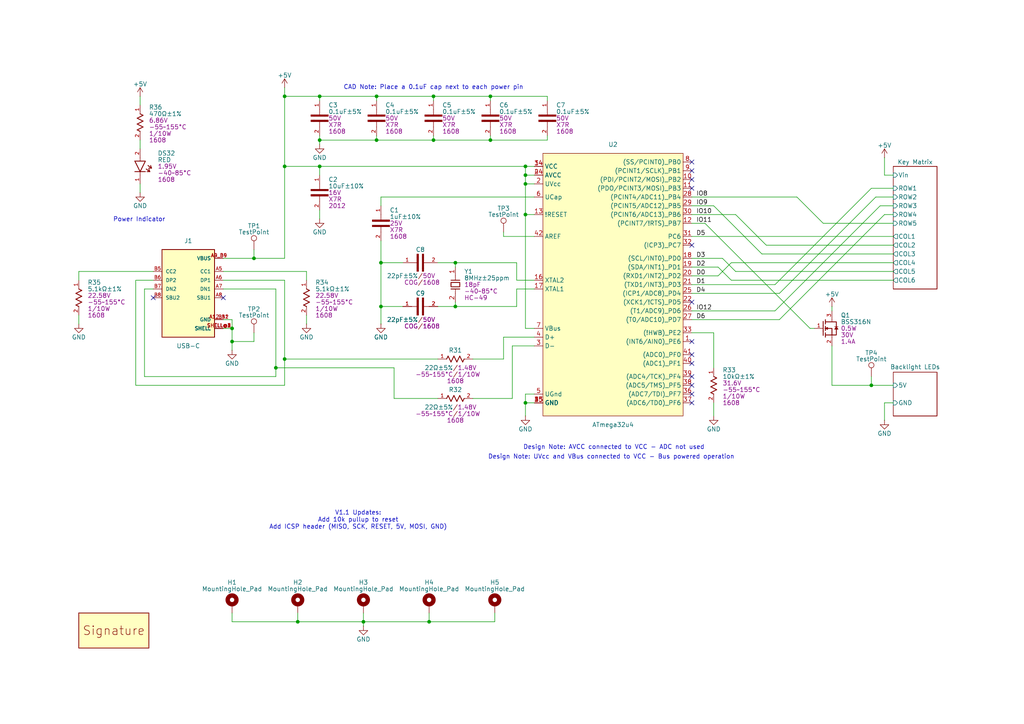
<source format=kicad_sch>
(kicad_sch (version 20231120) (generator "eeschema") (generator_version "8.0")
  (paper "A4")
  (lib_symbols
    (symbol "Connector:TestPoint" (pin_numbers hide) (pin_names (offset 0.762) hide)
      (property "Reference" "TP" (at 0 6.858 0))
      (property "Value" "TestPoint" (at 0 5.08 0))
      (symbol "TestPoint_0_1"
        (circle (center 0 3.302) (radius 0.762))
      )
      (symbol "TestPoint_1_1"
        (pin passive line (at 0 0 90) (length 2.54) (name "1") (number "1"))
      )
    )
    (symbol "Harrington-Aesthetics:SIGNATURE" (pin_names (offset 1.016))
      (symbol "SIGNATURE_0_0"
        (rectangle (start -10.16 -5.08) (end 10.16 5.08) (stroke (width 0.254)) (fill (type background)))
        (text "Signature" (at 0 0 0) (effects (font (size 2.54 2.54))))
      )
    )
    (symbol "Harrington-Capacitors:0.1uF±5%-1608-V" (pin_names (offset 1.016))
      (property "Reference" "C" (at 2.54 3.81 0))
      (property "Value" "0.1uF±5%" (at 2.54 1.905 0))
      (property "VOLTAGE" "50V" (at 2.54 0 0))
      (property "TEMPERATURE" "X7R" (at 2.54 -1.905 0))
      (property "SIZE" "1608" (at 2.54 -3.81 0))
      (symbol "0.1uF±5%-1608-V_0_0"
        (rectangle (start -2.54 -1.016) (end -1.778 -0.508) (stroke (width 0.1)) (fill (type outline)))
        (rectangle (start -2.54 0.508) (end -1.524 1.016) (stroke (width 0.1)) (fill (type outline)))
        (rectangle (start -1.778 -1.016) (end -1.524 -0.508) (stroke (width 0.1)) (fill (type outline)))
        (rectangle (start -1.524 -1.016) (end 1.524 -0.508) (stroke (width 0.1)) (fill (type outline)))
        (rectangle (start -1.524 0.508) (end 1.524 1.016) (stroke (width 0.1)) (fill (type outline)))
        (polyline (pts (xy 0 -0.762) (xy 0 -2.54)) (stroke (width 0.1524)))
        (polyline (pts (xy 0 0.762) (xy 0 2.54)) (stroke (width 0.1524)))
        (rectangle (start 1.524 -1.016) (end 2.54 -0.508) (stroke (width 0.1)) (fill (type outline)))
        (rectangle (start 1.524 0.508) (end 2.54 1.016) (stroke (width 0.1)) (fill (type outline)))
        (pin passive line (at 0 5.08 270) (length 2.54) (name "~") (number "1"))
        (pin passive line (at 0 -5.08 90) (length 2.54) (name "~") (number "2"))
      )
    )
    (symbol "Harrington-Capacitors:10uF±10%-2012-V" (pin_names (offset 1.016))
      (property "Reference" "C" (at 2.54 3.81 0))
      (property "Value" "10uF±10%" (at 2.54 1.905 0))
      (property "VOLTAGE" "16V" (at 2.54 0 0))
      (property "TEMPERATURE" "X7R" (at 2.54 -1.905 0))
      (property "SIZE" "2012" (at 2.54 -3.81 0))
      (symbol "10uF±10%-2012-V_0_0"
        (rectangle (start -2.54 -1.016) (end -1.778 -0.508) (stroke (width 0.1)) (fill (type outline)))
        (rectangle (start -2.54 0.508) (end -1.524 1.016) (stroke (width 0.1)) (fill (type outline)))
        (rectangle (start -1.778 -1.016) (end -1.524 -0.508) (stroke (width 0.1)) (fill (type outline)))
        (rectangle (start -1.524 -1.016) (end 1.524 -0.508) (stroke (width 0.1)) (fill (type outline)))
        (rectangle (start -1.524 0.508) (end 1.524 1.016) (stroke (width 0.1)) (fill (type outline)))
        (polyline (pts (xy 0 -0.762) (xy 0 -2.54)) (stroke (width 0.1524)))
        (polyline (pts (xy 0 0.762) (xy 0 2.54)) (stroke (width 0.1524)))
        (rectangle (start 1.524 -1.016) (end 2.54 -0.508) (stroke (width 0.1)) (fill (type outline)))
        (rectangle (start 1.524 0.508) (end 2.54 1.016) (stroke (width 0.1)) (fill (type outline)))
        (pin passive line (at 0 5.08 270) (length 2.54) (name "~") (number "1"))
        (pin passive line (at 0 -5.08 90) (length 2.54) (name "~") (number "2"))
      )
    )
    (symbol "Harrington-Capacitors:1uF±10%-1608-V" (pin_names (offset 1.016))
      (property "Reference" "C" (at 2.54 3.81 0))
      (property "Value" "1uF±10%" (at 2.54 1.905 0))
      (property "VOLTAGE" "25V" (at 2.54 0 0))
      (property "TEMPERATURE" "X7R" (at 2.54 -1.905 0))
      (property "SIZE" "1608" (at 2.54 -3.81 0))
      (symbol "1uF±10%-1608-V_0_0"
        (rectangle (start -2.54 -1.016) (end -1.778 -0.508) (stroke (width 0.1)) (fill (type outline)))
        (rectangle (start -2.54 0.508) (end -1.524 1.016) (stroke (width 0.1)) (fill (type outline)))
        (rectangle (start -1.778 -1.016) (end -1.524 -0.508) (stroke (width 0.1)) (fill (type outline)))
        (rectangle (start -1.524 -1.016) (end 1.524 -0.508) (stroke (width 0.1)) (fill (type outline)))
        (rectangle (start -1.524 0.508) (end 1.524 1.016) (stroke (width 0.1)) (fill (type outline)))
        (polyline (pts (xy 0 -0.762) (xy 0 -2.54)) (stroke (width 0.1524)))
        (polyline (pts (xy 0 0.762) (xy 0 2.54)) (stroke (width 0.1524)))
        (rectangle (start 1.524 -1.016) (end 2.54 -0.508) (stroke (width 0.1)) (fill (type outline)))
        (rectangle (start 1.524 0.508) (end 2.54 1.016) (stroke (width 0.1)) (fill (type outline)))
        (pin passive line (at 0 5.08 270) (length 2.54) (name "~") (number "1"))
        (pin passive line (at 0 -5.08 90) (length 2.54) (name "~") (number "2"))
      )
    )
    (symbol "Harrington-Capacitors:22pF±5%-1608-H" (pin_names (offset 1.016))
      (property "Reference" "C" (at 0 3.81 0))
      (property "Value" "22pF±5%" (at -0.635 -3.81 0))
      (property "VOLTAGE" "50V" (at 0.635 -3.81 0))
      (property "TEMPERATURE" "COG" (at -0.635 -5.715 0))
      (property "SIZE" "1608" (at 0.635 -5.715 0))
      (symbol "22pF±5%-1608-H_0_0"
        (rectangle (start -1.016 -2.54) (end -0.508 -1.524) (stroke (width 0.1)) (fill (type outline)))
        (rectangle (start -1.016 1.524) (end -0.508 -1.524) (stroke (width 0.1)) (fill (type outline)))
        (rectangle (start -1.016 1.524) (end -0.508 2.54) (stroke (width 0.1)) (fill (type outline)))
        (polyline (pts (xy -0.762 0) (xy -2.54 0)) (stroke (width 0.1524)))
        (polyline (pts (xy 0.762 0) (xy 2.54 0)) (stroke (width 0.1524)))
        (rectangle (start 0.508 -2.54) (end 1.016 -1.778) (stroke (width 0.1)) (fill (type outline)))
        (rectangle (start 0.508 -1.778) (end 1.016 -1.524) (stroke (width 0.1)) (fill (type outline)))
        (rectangle (start 0.508 -1.524) (end 1.016 1.524) (stroke (width 0.1)) (fill (type outline)))
        (rectangle (start 0.508 1.524) (end 1.016 2.54) (stroke (width 0.1)) (fill (type outline)))
        (text "/" (at 0 -5.715 0) (effects (font (size 1.27 1.27))))
        (text "/" (at 0 -3.81 0) (effects (font (size 1.27 1.27))))
        (pin passive line (at -5.08 0 0) (length 2.54) (name "~") (number "1"))
        (pin passive line (at 5.08 0 180) (length 2.54) (name "~") (number "2"))
      )
    )
    (symbol "Harrington-Connectors:USB-C" (pin_names (offset 1.016))
      (property "Reference" "J" (at 0 15.24 0))
      (property "Value" "USB-C" (at 0 -15.24 0))
      (symbol "USB-C_0_0"
        (rectangle (start -7.62 12.7) (end 7.62 -12.7) (stroke (width 0.254)) (fill (type background)))
        (pin bidirectional line (at 10.16 6.35 180) (length 2.54) (name "CC1") (number "A5"))
        (pin bidirectional line (at -10.16 6.35 0) (length 2.54) (name "CC2") (number "B5"))
        (pin power_in line (at 10.16 -10.16 180) (length 2.54) (name "SHELL") (number "SHELL@1"))
        (pin power_in line (at 10.16 -10.16 180) (length 2.54) (name "SHELL") (number "SHELL@2"))
        (pin power_in line (at 10.16 -10.16 180) (length 2.54) (name "SHELL") (number "SHELL@3"))
        (pin power_in line (at 10.16 -10.16 180) (length 2.54) (name "SHELL") (number "SHELL@4"))
      )
      (symbol "USB-C_1_0"
        (pin power_in line (at 10.16 -7.62 180) (length 2.54) (name "GND") (number "A12_B1"))
        (pin power_in line (at 10.16 -7.62 180) (length 2.54) (name "GND") (number "A1_B12"))
        (pin power_in line (at 10.16 10.16 180) (length 2.54) (name "VBUS") (number "A4_B9"))
        (pin bidirectional line (at 10.16 3.81 180) (length 2.54) (name "DP1") (number "A6"))
        (pin bidirectional line (at 10.16 1.27 180) (length 2.54) (name "DN1") (number "A7"))
        (pin bidirectional line (at 10.16 -1.27 180) (length 2.54) (name "SBU1") (number "A8"))
        (pin power_in line (at 10.16 10.16 180) (length 2.54) (name "VBUS") (number "A9_B4"))
        (pin bidirectional line (at -10.16 3.81 0) (length 2.54) (name "DP2") (number "B6"))
        (pin bidirectional line (at -10.16 1.27 0) (length 2.54) (name "DN2") (number "B7"))
        (pin bidirectional line (at -10.16 -1.27 0) (length 2.54) (name "SBU2") (number "B8"))
      )
    )
    (symbol "Harrington-Diodes:RED-1608-V" (pin_names (offset 1.016))
      (property "Reference" "DS" (at 5.08 3.81 0))
      (property "Value" "RED" (at 5.08 1.905 0))
      (property "VOLTAGE" "1.95V" (at 5.08 0 0))
      (property "TEMPERATURE" "-40~85°C" (at 5.08 -1.905 0))
      (property "SIZE" "1608" (at 5.08 -3.81 0))
      (symbol "RED-1608-V_0_0"
        (polyline (pts (xy 0 -1.524) (xy -1.524 -1.524)) (stroke (width 0.254)))
        (polyline (pts (xy 0 -1.524) (xy 1.524 -1.524)) (stroke (width 0.254)))
        (polyline (pts (xy 1.778 -0.762) (xy 2.794 -1.524)) (stroke (width 0.254)))
        (polyline (pts (xy 2.286 0.254) (xy 3.302 -0.508)) (stroke (width 0.254)))
        (pin output line (at 0 -5.08 90) (length 2.54) (name "~") (number "1"))
        (pin input line (at 0 5.08 270) (length 2.54) (name "~") (number "2"))
      )
      (symbol "RED-1608-V_1_0"
        (polyline (pts (xy 0 -2.54) (xy 0 -1.524)) (stroke (width 0.1524)))
        (polyline (pts (xy 0 2.54) (xy 0 1.524)) (stroke (width 0.1524)))
        (polyline (pts (xy 2.794 -1.524) (xy 2.032 -1.524)) (stroke (width 0.254)))
        (polyline (pts (xy 2.794 -1.524) (xy 2.54 -0.762)) (stroke (width 0.254)))
        (polyline (pts (xy 3.302 -0.508) (xy 2.54 -0.508)) (stroke (width 0.254)))
        (polyline (pts (xy 3.302 -0.508) (xy 3.048 0.254)) (stroke (width 0.254)))
        (polyline (pts (xy -1.524 1.524) (xy 1.524 1.524) (xy 0 -1.524) (xy -1.524 1.524)) (stroke (width 0.254)))
      )
    )
    (symbol "Harrington-ICs:ATmega32u4"
      (property "Reference" "U" (at 0 40.64 0))
      (property "Value" "ATmega32u4" (at 0 -40.64 0))
      (symbol "ATmega32u4_1_1"
        (rectangle (start -20.32 38.1) (end 20.32 -38.1) (fill (type background)))
        (pin bidirectional line (at 22.86 -16.51 180) (length 2.54) (name "(INT6/AIN0)_PE6") (number "1"))
        (pin bidirectional line (at 22.86 30.48 180) (length 2.54) (name "(PDI/PCINT2/MOSI)_PB2") (number "10"))
        (pin bidirectional line (at 22.86 27.94 180) (length 2.54) (name "(PDO/PCINT3/MOSI)_PB3") (number "11"))
        (pin bidirectional line (at 22.86 17.78 180) (length 2.54) (name "(PCINT7/!RTS)_PB7") (number "12"))
        (pin input line (at -22.86 20.32 0) (length 2.54) (name "!RESET") (number "13"))
        (pin power_in line (at -22.86 34.29 0) (length 2.54) (name "VCC") (number "14"))
        (pin power_in line (at -22.86 -34.29 0) (length 2.54) (name "GND") (number "15"))
        (pin output line (at -22.86 1.27 0) (length 2.54) (name "XTAL2") (number "16"))
        (pin input line (at -22.86 -1.27 0) (length 2.54) (name "XTAL1") (number "17"))
        (pin bidirectional line (at 22.86 7.62 180) (length 2.54) (name "(SCL/INT0)_PD0") (number "18"))
        (pin bidirectional line (at 22.86 5.08 180) (length 2.54) (name "(SDA/INT1)_PD1") (number "19"))
        (pin power_in line (at -22.86 29.21 0) (length 2.54) (name "UVcc") (number "2"))
        (pin bidirectional line (at 22.86 2.54 180) (length 2.54) (name "(RXD1/INT2)_PD2") (number "20"))
        (pin bidirectional line (at 22.86 0 180) (length 2.54) (name "(TXD1/INT3)_PD3") (number "21"))
        (pin bidirectional line (at 22.86 -5.08 180) (length 2.54) (name "(XCK1/!CTS)_PD5") (number "22"))
        (pin power_in line (at -22.86 -34.29 0) (length 2.54) (name "GND") (number "23"))
        (pin power_in line (at -22.86 31.75 0) (length 2.54) (name "AVCC") (number "24"))
        (pin bidirectional line (at 22.86 -2.54 180) (length 2.54) (name "(ICP1/ADC8)_PD4") (number "25"))
        (pin bidirectional line (at 22.86 -7.62 180) (length 2.54) (name "(T1/ADC9)_PD6") (number "26"))
        (pin bidirectional line (at 22.86 -10.16 180) (length 2.54) (name "(T0/ADC10)_PD7") (number "27"))
        (pin bidirectional line (at 22.86 25.4 180) (length 2.54) (name "(PCINT4/ADC11)_PB4") (number "28"))
        (pin bidirectional line (at 22.86 22.86 180) (length 2.54) (name "(PCINT5/ADC12)_PB5") (number "29"))
        (pin bidirectional line (at -22.86 -17.78 0) (length 2.54) (name "D-") (number "3"))
        (pin bidirectional line (at 22.86 20.32 180) (length 2.54) (name "(PCINT6/ADC13)_PB6") (number "30"))
        (pin bidirectional line (at 22.86 13.97 180) (length 2.54) (name "PC6") (number "31"))
        (pin bidirectional line (at 22.86 11.43 180) (length 2.54) (name "(ICP3)_PC7") (number "32"))
        (pin bidirectional line (at 22.86 -13.97 180) (length 2.54) (name "(!HWB)_PE2") (number "33"))
        (pin power_in line (at -22.86 34.29 0) (length 2.54) (name "VCC") (number "34"))
        (pin power_in line (at -22.86 -34.29 0) (length 2.54) (name "GND") (number "35"))
        (pin bidirectional line (at 22.86 -31.75 180) (length 2.54) (name "(ADC7/TDI)_PF7") (number "36"))
        (pin bidirectional line (at 22.86 -34.29 180) (length 2.54) (name "(ADC6/TD0)_PF6") (number "37"))
        (pin bidirectional line (at 22.86 -29.21 180) (length 2.54) (name "(ADC5/TMS)_PF5") (number "38"))
        (pin bidirectional line (at 22.86 -26.67 180) (length 2.54) (name "(ADC4/TCK)_PF4") (number "39"))
        (pin bidirectional line (at -22.86 -15.24 0) (length 2.54) (name "D+") (number "4"))
        (pin bidirectional line (at 22.86 -22.86 180) (length 2.54) (name "(ADC1)_PF1") (number "40"))
        (pin bidirectional line (at 22.86 -20.32 180) (length 2.54) (name "(ADC0)_PF0") (number "41"))
        (pin input line (at -22.86 13.97 0) (length 2.54) (name "AREF") (number "42"))
        (pin power_in line (at -22.86 -34.29 0) (length 2.54) (name "GND") (number "43"))
        (pin power_in line (at -22.86 31.75 0) (length 2.54) (name "AVCC") (number "44"))
        (pin power_in line (at -22.86 -31.75 0) (length 2.54) (name "UGnd") (number "5"))
        (pin power_out line (at -22.86 25.4 0) (length 2.54) (name "UCap") (number "6"))
        (pin power_in line (at -22.86 -12.7 0) (length 2.54) (name "VBus") (number "7"))
        (pin bidirectional line (at 22.86 35.56 180) (length 2.54) (name "(SS/PCINT0)_PB0") (number "8"))
        (pin bidirectional line (at 22.86 33.02 180) (length 2.54) (name "(PCINT1/SCLK)_PB1") (number "9"))
      )
    )
    (symbol "Harrington-Oscillators:8MHz±25ppm-HC-49-V"
      (property "Reference" "Y" (at 2.54 3.81 0))
      (property "Value" "8MHz±25ppm" (at 2.54 1.905 0))
      (property "SIZE" "HC-49" (at 2.54 -3.81 0))
      (property "TEMPERATURE" "-40~85°C" (at 2.54 -1.905 0))
      (property "C_LOAD" "18pF" (at 2.54 0 0))
      (symbol "8MHz±25ppm-HC-49-V_0_1"
        (polyline (pts (xy -1.27 1.27) (xy 1.27 1.27)) (stroke (width 0.254)))
        (polyline (pts (xy 0 -1.27) (xy 0 -2.54)))
        (polyline (pts (xy 0 1.27) (xy 0 2.54)))
        (polyline (pts (xy 1.27 -1.27) (xy -1.27 -1.27)) (stroke (width 0.254)))
        (polyline (pts (xy -1.27 0) (xy -1.27 0.635) (xy 1.27 0.635) (xy 1.27 0)) (stroke (width 0.254)))
        (polyline (pts (xy 1.27 0) (xy 1.27 -0.635) (xy -1.27 -0.635) (xy -1.27 0)) (stroke (width 0.254)))
      )
      (symbol "8MHz±25ppm-HC-49-V_1_1"
        (pin passive line (at 0 5.08 270) (length 2.54) (name "") (number "1"))
        (pin passive line (at 0 -5.08 90) (length 2.54) (name "") (number "2"))
      )
    )
    (symbol "Harrington-Resistors:10kΩ±1%-1608-V" (pin_names (offset 1.016))
      (property "Reference" "R" (at 2.54 4.445 0))
      (property "Value" "10kΩ±1%" (at 2.54 2.54 0))
      (property "TEMPERATURE" "-55~155°C" (at 2.54 -1.27 0))
      (property "POWER" "1/10W" (at 2.54 -3.175 0))
      (property "VOLTAGE" "31.6V" (at 2.54 0.635 0))
      (property "SIZE" "1608" (at 2.54 -5.08 0))
      (symbol "10kΩ±1%-1608-V_0_0"
        (polyline (pts (xy -0.8468 -2.1171) (xy 0 -2.5405)) (stroke (width 0.254)))
        (polyline (pts (xy -0.8468 -0.4234) (xy 0.8468 -1.2703)) (stroke (width 0.254)))
        (polyline (pts (xy -0.8468 1.2703) (xy 0.8468 2.1171)) (stroke (width 0.254)))
        (polyline (pts (xy 0.8468 -1.2703) (xy -0.8468 -2.1171)) (stroke (width 0.254)))
        (polyline (pts (xy 0.8468 0.4234) (xy -0.8468 -0.4234)) (stroke (width 0.254)))
        (polyline (pts (xy 0.8468 0.4234) (xy -0.8468 1.2703)) (stroke (width 0.254)))
        (polyline (pts (xy 0.8468 2.1171) (xy 0 2.5405)) (stroke (width 0.254)))
        (pin passive line (at 0 5.08 270) (length 2.54) (name "~") (number "1"))
        (pin passive line (at 0 -5.08 90) (length 2.54) (name "~") (number "2"))
      )
    )
    (symbol "Harrington-Resistors:22Ω±5%-1608-H" (pin_names (offset 1.016))
      (property "Reference" "R" (at 0 2.54 0))
      (property "Value" "22Ω±5%" (at -0.635 -2.54 0))
      (property "VOLTAGE" "1.48V" (at 0.635 -2.54 0))
      (property "TEMPERATURE" "-55~155°C" (at -0.635 -4.445 0))
      (property "POWER" "1/10W" (at 0.635 -4.445 0))
      (property "SIZE" "1608" (at 0 -6.35 0))
      (symbol "22Ω±5%-1608-H_0_0"
        (polyline (pts (xy -2.1171 0.8468) (xy -2.5405 0)) (stroke (width 0.254)))
        (polyline (pts (xy -1.2703 -0.8468) (xy -2.1171 0.8468)) (stroke (width 0.254)))
        (polyline (pts (xy -0.4234 0.8468) (xy -1.2703 -0.8468)) (stroke (width 0.254)))
        (polyline (pts (xy -0.4234 0.8468) (xy 0.4234 -0.8468)) (stroke (width 0.254)))
        (polyline (pts (xy 0.4234 -0.8468) (xy 1.2703 0.8468)) (stroke (width 0.254)))
        (polyline (pts (xy 1.2703 0.8468) (xy 2.1171 -0.8468)) (stroke (width 0.254)))
        (polyline (pts (xy 2.1171 -0.8468) (xy 2.5405 0)) (stroke (width 0.254)))
        (text "/" (at 0 -4.445 0) (effects (font (size 1.27 1.27))))
        (text "/" (at 0 -2.54 0) (effects (font (size 1.27 1.27))))
        (pin passive line (at -5.08 0 0) (length 2.54) (name "~") (number "1"))
        (pin passive line (at 5.08 0 180) (length 2.54) (name "~") (number "2"))
      )
    )
    (symbol "Harrington-Resistors:470Ω±1%-1608-V" (pin_names (offset 1.016))
      (property "Reference" "R" (at 2.54 4.445 0))
      (property "Value" "470Ω±1%" (at 2.54 2.54 0))
      (property "TEMPERATURE" "-55~155°C" (at 2.54 -1.27 0))
      (property "POWER" "1/10W" (at 2.54 -3.175 0))
      (property "VOLTAGE" "6.86V" (at 2.54 0.635 0))
      (property "SIZE" "1608" (at 2.54 -5.08 0))
      (symbol "470Ω±1%-1608-V_0_0"
        (polyline (pts (xy -0.8468 -2.1171) (xy 0 -2.5405)) (stroke (width 0.254)))
        (polyline (pts (xy -0.8468 -0.4234) (xy 0.8468 -1.2703)) (stroke (width 0.254)))
        (polyline (pts (xy -0.8468 1.2703) (xy 0.8468 2.1171)) (stroke (width 0.254)))
        (polyline (pts (xy 0.8468 -1.2703) (xy -0.8468 -2.1171)) (stroke (width 0.254)))
        (polyline (pts (xy 0.8468 0.4234) (xy -0.8468 -0.4234)) (stroke (width 0.254)))
        (polyline (pts (xy 0.8468 0.4234) (xy -0.8468 1.2703)) (stroke (width 0.254)))
        (polyline (pts (xy 0.8468 2.1171) (xy 0 2.5405)) (stroke (width 0.254)))
        (pin passive line (at 0 5.08 270) (length 2.54) (name "~") (number "1"))
        (pin passive line (at 0 -5.08 90) (length 2.54) (name "~") (number "2"))
      )
    )
    (symbol "Harrington-Resistors:5.1kΩ±1%-1608-V" (pin_names (offset 1.016))
      (property "Reference" "R" (at 2.54 4.445 0))
      (property "Value" "5.1kΩ±1%" (at 2.54 2.54 0))
      (property "TEMPERATURE" "-55~155°C" (at 2.54 -1.27 0))
      (property "POWER" "1/10W" (at 2.54 -3.175 0))
      (property "VOLTAGE" "22.58V" (at 2.54 0.635 0))
      (property "SIZE" "1608" (at 2.54 -5.08 0))
      (symbol "5.1kΩ±1%-1608-V_0_0"
        (polyline (pts (xy -0.8468 -2.1171) (xy 0 -2.5405)) (stroke (width 0.254)))
        (polyline (pts (xy -0.8468 -0.4234) (xy 0.8468 -1.2703)) (stroke (width 0.254)))
        (polyline (pts (xy -0.8468 1.2703) (xy 0.8468 2.1171)) (stroke (width 0.254)))
        (polyline (pts (xy 0.8468 -1.2703) (xy -0.8468 -2.1171)) (stroke (width 0.254)))
        (polyline (pts (xy 0.8468 0.4234) (xy -0.8468 -0.4234)) (stroke (width 0.254)))
        (polyline (pts (xy 0.8468 0.4234) (xy -0.8468 1.2703)) (stroke (width 0.254)))
        (polyline (pts (xy 0.8468 2.1171) (xy 0 2.5405)) (stroke (width 0.254)))
        (pin passive line (at 0 5.08 270) (length 2.54) (name "~") (number "1"))
        (pin passive line (at 0 -5.08 90) (length 2.54) (name "~") (number "2"))
      )
    )
    (symbol "Harrington-Transistors:BSS316N" (pin_names (offset 1.016))
      (property "Reference" "Q" (at 2.54 3.81 0))
      (property "Value" "BSS316N" (at 2.54 1.905 0))
      (property "VDS_MAX" "30V" (at 2.54 -1.905 0))
      (property "ID_MAX" "1.4A" (at 2.54 -3.81 0))
      (property "POWER" "0.5W" (at 2.54 0 0))
      (symbol "BSS316N_0_0"
        (polyline (pts (xy -2.54 -0.762) (xy -2.54 -2.032)) (stroke (width 0.254)))
        (polyline (pts (xy -2.54 0.762) (xy -2.54 -0.762)) (stroke (width 0.254)))
        (polyline (pts (xy -2.54 2.032) (xy -2.54 0.762)) (stroke (width 0.254)))
        (pin input line (at -5.08 0 0) (length 2.54) (name "~") (number "1"))
        (pin output line (at 0 -5.08 90) (length 2.54) (name "~") (number "2"))
        (pin input line (at 0 5.08 270) (length 2.54) (name "~") (number "3"))
      )
      (symbol "BSS316N_0_1"
        (polyline (pts (xy -1.905 -1.27) (xy -1.905 -2.54)) (stroke (width 0.254)))
        (polyline (pts (xy -1.905 0.635) (xy -1.905 -0.635)) (stroke (width 0.254)))
        (polyline (pts (xy -1.905 2.54) (xy -1.905 1.27)) (stroke (width 0.254)))
        (polyline (pts (xy -1.905 0) (xy 0 0) (xy 0 -1.905)) (stroke (width 0.254)))
      )
      (symbol "BSS316N_1_1"
        (polyline (pts (xy 0 -1.905) (xy 0 -2.54)))
        (polyline (pts (xy 0 1.905) (xy 0 2.54)))
        (polyline (pts (xy 0.762 0.508) (xy 1.778 0.508)))
        (polyline (pts (xy -1.905 0) (xy -1.27 0.254) (xy -1.27 -0.254) (xy -1.905 0)) (stroke (width 0.254)) (fill (type outline)))
        (polyline (pts (xy -1.905 1.905) (xy 1.27 1.905) (xy 1.27 -1.905) (xy -1.905 -1.905)) (stroke (width 0.254)))
        (polyline (pts (xy 1.27 0.508) (xy 0.762 -0.254) (xy 1.778 -0.254) (xy 1.27 0.508)) (fill (type outline)))
      )
    )
    (symbol "Mechanical:MountingHole_Pad" (pin_numbers hide) (pin_names (offset 1.016) hide) (exclude_from_sim yes) (in_bom no)
      (property "Reference" "H" (at 0 6.35 0))
      (property "Value" "MountingHole_Pad" (at 0 4.445 0))
      (symbol "MountingHole_Pad_0_1"
        (circle (center 0 1.27) (radius 1.27) (stroke (width 1.27)))
      )
      (symbol "MountingHole_Pad_1_1"
        (pin input line (at 0 -2.54 90) (length 2.54) (name "1") (number "1"))
      )
    )
    (symbol "power:+5V" (power) (pin_numbers hide) (pin_names (offset 0) hide)
      (property "Value" "+5V" (at 0 3.556 0))
      (symbol "+5V_0_1"
        (polyline (pts (xy -0.762 1.27) (xy 0 2.54)))
        (polyline (pts (xy 0 0) (xy 0 2.54)))
        (polyline (pts (xy 0 2.54) (xy 0.762 1.27)))
      )
      (symbol "+5V_1_1"
        (pin power_in line (at 0 0 90) (length 0) (name "~") (number "1"))
      )
    )
    (symbol "power:GND" (power) (pin_numbers hide) (pin_names (offset 0) hide)
      (property "Value" "GND" (at 0 -3.81 0))
      (symbol "GND_0_1"
        (polyline (pts (xy 0 0) (xy 0 -1.27) (xy 1.27 -1.27) (xy 0 -2.54) (xy -1.27 -1.27) (xy 0 -1.27)))
      )
      (symbol "GND_1_1"
        (pin power_in line (at 0 0 270) (length 0) (name "~") (number "1"))
      )
    )
  )
  (junction (at 82.55 104.14))
  (junction (at 125.73 40.64))
  (junction (at 252.73 111.76))
  (junction (at 92.71 48.26))
  (junction (at 73.66 74.93))
  (junction (at 82.55 27.94))
  (junction (at 142.24 40.64))
  (junction (at 109.22 40.64))
  (junction (at 110.49 76.2))
  (junction (at 92.71 40.64))
  (junction (at 67.31 99.06))
  (junction (at 82.55 48.26))
  (junction (at 152.4 53.34))
  (junction (at 92.71 27.94))
  (junction (at 152.4 62.23))
  (junction (at 142.24 27.94))
  (junction (at 86.36 180.34))
  (junction (at 105.41 180.34))
  (junction (at 110.49 88.9))
  (junction (at 124.46 180.34))
  (junction (at 67.31 95.25))
  (junction (at 109.22 27.94))
  (junction (at 152.4 116.84))
  (junction (at 152.4 50.8))
  (junction (at 152.4 48.26))
  (junction (at 132.08 88.9))
  (junction (at 80.01 106.68))
  (junction (at 125.73 27.94))
  (junction (at 132.08 76.2))
  (no_connect (at 200.66 105.41))
  (no_connect (at 200.66 71.12))
  (no_connect (at 200.66 109.22))
  (no_connect (at 200.66 116.84))
  (no_connect (at 200.66 99.06))
  (no_connect (at 200.66 114.3))
  (no_connect (at 200.66 54.61))
  (no_connect (at 200.66 52.07))
  (no_connect (at 200.66 102.87))
  (no_connect (at 200.66 111.76))
  (no_connect (at 44.45 86.36))
  (no_connect (at 200.66 49.53))
  (no_connect (at 200.66 87.63))
  (no_connect (at 200.66 46.99))
  (no_connect (at 64.77 86.36))
  (wire (pts (xy 213.36 62.23) (xy 222.25 71.12)))
  (wire (pts (xy 252.73 111.76) (xy 259.08 111.76)))
  (wire (pts (xy 22.86 78.74) (xy 22.86 81.28)))
  (wire (pts (xy 208.28 80.01) (xy 212.09 76.2)))
  (wire (pts (xy 256.54 62.23) (xy 259.08 62.23)))
  (wire (pts (xy 241.3 88.9) (xy 241.3 90.17)))
  (wire (pts (xy 212.09 76.2) (xy 259.08 76.2)))
  (wire (pts (xy 64.77 92.71) (xy 67.31 92.71)))
  (wire (pts (xy 149.86 88.9) (xy 149.86 83.82)))
  (wire (pts (xy 152.4 114.3) (xy 152.4 116.84)))
  (wire (pts (xy 125.73 39.37) (xy 125.73 40.64)))
  (wire (pts (xy 39.37 111.76) (xy 82.55 111.76)))
  (wire (pts (xy 80.01 83.82) (xy 80.01 106.68)))
  (wire (pts (xy 109.22 40.64) (xy 92.71 40.64)))
  (wire (pts (xy 154.94 114.3) (xy 152.4 114.3)))
  (wire (pts (xy 41.91 83.82) (xy 41.91 109.22)))
  (wire (pts (xy 92.71 27.94) (xy 82.55 27.94)))
  (wire (pts (xy 82.55 48.26) (xy 82.55 74.93)))
  (wire (pts (xy 158.75 27.94) (xy 142.24 27.94)))
  (wire (pts (xy 158.75 29.21) (xy 158.75 27.94)))
  (wire (pts (xy 200.66 64.77) (xy 204.47 64.77)))
  (wire (pts (xy 154.94 95.25) (xy 152.4 95.25)))
  (wire (pts (xy 154.94 50.8) (xy 152.4 50.8)))
  (wire (pts (xy 200.66 77.47) (xy 208.28 77.47)))
  (wire (pts (xy 73.66 72.39) (xy 73.66 74.93)))
  (wire (pts (xy 82.55 81.28) (xy 82.55 104.14)))
  (wire (pts (xy 213.36 78.74) (xy 259.08 78.74)))
  (wire (pts (xy 67.31 99.06) (xy 67.31 101.6)))
  (wire (pts (xy 40.64 27.94) (xy 40.64 30.48)))
  (wire (pts (xy 124.46 177.8) (xy 124.46 180.34)))
  (wire (pts (xy 73.66 99.06) (xy 67.31 99.06)))
  (wire (pts (xy 64.77 74.93) (xy 73.66 74.93)))
  (wire (pts (xy 67.31 95.25) (xy 64.77 95.25)))
  (wire (pts (xy 110.49 76.2) (xy 110.49 88.9)))
  (wire (pts (xy 114.3 106.68) (xy 80.01 106.68)))
  (wire (pts (xy 241.3 111.76) (xy 252.73 111.76)))
  (wire (pts (xy 207.01 96.52) (xy 207.01 106.68)))
  (wire (pts (xy 224.79 90.17) (xy 255.27 59.69)))
  (wire (pts (xy 220.98 73.66) (xy 259.08 73.66)))
  (wire (pts (xy 152.4 50.8) (xy 152.4 48.26)))
  (wire (pts (xy 44.45 78.74) (xy 22.86 78.74)))
  (wire (pts (xy 44.45 81.28) (xy 39.37 81.28)))
  (wire (pts (xy 252.73 111.76) (xy 252.73 109.22)))
  (wire (pts (xy 132.08 87.63) (xy 132.08 88.9)))
  (wire (pts (xy 154.94 68.58) (xy 146.05 68.58)))
  (wire (pts (xy 207.01 59.69) (xy 220.98 73.66)))
  (wire (pts (xy 88.9 78.74) (xy 88.9 81.28)))
  (wire (pts (xy 110.49 69.85) (xy 110.49 76.2)))
  (wire (pts (xy 241.3 100.33) (xy 241.3 111.76)))
  (wire (pts (xy 200.66 82.55) (xy 224.79 82.55)))
  (wire (pts (xy 200.66 59.69) (xy 207.01 59.69)))
  (wire (pts (xy 255.27 59.69) (xy 259.08 59.69)))
  (wire (pts (xy 105.41 177.8) (xy 105.41 180.34)))
  (wire (pts (xy 208.28 77.47) (xy 212.09 81.28)))
  (wire (pts (xy 142.24 39.37) (xy 142.24 40.64)))
  (wire (pts (xy 152.4 53.34) (xy 152.4 62.23)))
  (wire (pts (xy 80.01 106.68) (xy 80.01 109.22)))
  (wire (pts (xy 149.86 81.28) (xy 149.86 76.2)))
  (wire (pts (xy 67.31 180.34) (xy 86.36 180.34)))
  (wire (pts (xy 154.94 97.79) (xy 146.05 97.79)))
  (wire (pts (xy 152.4 48.26) (xy 154.94 48.26)))
  (wire (pts (xy 256.54 50.8) (xy 259.08 50.8)))
  (wire (pts (xy 82.55 48.26) (xy 92.71 48.26)))
  (wire (pts (xy 146.05 97.79) (xy 146.05 104.14)))
  (wire (pts (xy 158.75 39.37) (xy 158.75 40.64)))
  (wire (pts (xy 64.77 83.82) (xy 80.01 83.82)))
  (wire (pts (xy 204.47 64.77) (xy 234.95 95.25)))
  (wire (pts (xy 127 88.9) (xy 132.08 88.9)))
  (wire (pts (xy 64.77 78.74) (xy 88.9 78.74)))
  (wire (pts (xy 200.66 57.15) (xy 231.14 57.15)))
  (wire (pts (xy 86.36 177.8) (xy 86.36 180.34)))
  (wire (pts (xy 148.59 115.57) (xy 137.16 115.57)))
  (wire (pts (xy 109.22 27.94) (xy 109.22 29.21)))
  (wire (pts (xy 73.66 74.93) (xy 82.55 74.93)))
  (wire (pts (xy 149.86 83.82) (xy 154.94 83.82)))
  (wire (pts (xy 152.4 62.23) (xy 154.94 62.23)))
  (wire (pts (xy 200.66 90.17) (xy 224.79 90.17)))
  (wire (pts (xy 86.36 180.34) (xy 105.41 180.34)))
  (wire (pts (xy 92.71 39.37) (xy 92.71 40.64)))
  (wire (pts (xy 154.94 57.15) (xy 110.49 57.15)))
  (wire (pts (xy 82.55 25.4) (xy 82.55 27.94)))
  (wire (pts (xy 40.64 40.64) (xy 40.64 43.18)))
  (wire (pts (xy 110.49 88.9) (xy 110.49 93.98)))
  (wire (pts (xy 82.55 111.76) (xy 82.55 104.14)))
  (wire (pts (xy 200.66 92.71) (xy 226.06 92.71)))
  (wire (pts (xy 116.84 76.2) (xy 110.49 76.2)))
  (wire (pts (xy 92.71 27.94) (xy 92.71 29.21)))
  (wire (pts (xy 67.31 177.8) (xy 67.31 180.34)))
  (wire (pts (xy 222.25 71.12) (xy 259.08 71.12)))
  (wire (pts (xy 92.71 60.96) (xy 92.71 63.5)))
  (wire (pts (xy 209.55 74.93) (xy 213.36 78.74)))
  (wire (pts (xy 39.37 81.28) (xy 39.37 111.76)))
  (wire (pts (xy 105.41 180.34) (xy 105.41 181.61)))
  (wire (pts (xy 256.54 121.92) (xy 256.54 116.84)))
  (wire (pts (xy 158.75 40.64) (xy 142.24 40.64)))
  (wire (pts (xy 226.06 85.09) (xy 254 57.15)))
  (wire (pts (xy 73.66 96.52) (xy 73.66 99.06)))
  (wire (pts (xy 22.86 91.44) (xy 22.86 93.98)))
  (wire (pts (xy 146.05 104.14) (xy 137.16 104.14)))
  (wire (pts (xy 149.86 76.2) (xy 132.08 76.2)))
  (wire (pts (xy 142.24 27.94) (xy 142.24 29.21)))
  (wire (pts (xy 152.4 50.8) (xy 152.4 53.34)))
  (wire (pts (xy 125.73 27.94) (xy 109.22 27.94)))
  (wire (pts (xy 152.4 53.34) (xy 154.94 53.34)))
  (wire (pts (xy 82.55 27.94) (xy 82.55 48.26)))
  (wire (pts (xy 148.59 100.33) (xy 148.59 115.57)))
  (wire (pts (xy 143.51 180.34) (xy 124.46 180.34)))
  (wire (pts (xy 207.01 116.84) (xy 207.01 120.65)))
  (wire (pts (xy 92.71 40.64) (xy 92.71 41.91)))
  (wire (pts (xy 154.94 100.33) (xy 148.59 100.33)))
  (wire (pts (xy 200.66 74.93) (xy 209.55 74.93)))
  (wire (pts (xy 200.66 80.01) (xy 208.28 80.01)))
  (wire (pts (xy 132.08 76.2) (xy 132.08 77.47)))
  (wire (pts (xy 152.4 62.23) (xy 152.4 95.25)))
  (wire (pts (xy 226.06 92.71) (xy 256.54 62.23)))
  (wire (pts (xy 82.55 104.14) (xy 127 104.14)))
  (wire (pts (xy 124.46 180.34) (xy 105.41 180.34)))
  (wire (pts (xy 152.4 48.26) (xy 92.71 48.26)))
  (wire (pts (xy 109.22 39.37) (xy 109.22 40.64)))
  (wire (pts (xy 92.71 48.26) (xy 92.71 50.8)))
  (wire (pts (xy 142.24 27.94) (xy 125.73 27.94)))
  (wire (pts (xy 224.79 82.55) (xy 252.73 54.61)))
  (wire (pts (xy 41.91 109.22) (xy 80.01 109.22)))
  (wire (pts (xy 154.94 116.84) (xy 152.4 116.84)))
  (wire (pts (xy 254 57.15) (xy 259.08 57.15)))
  (wire (pts (xy 154.94 81.28) (xy 149.86 81.28)))
  (wire (pts (xy 256.54 116.84) (xy 259.08 116.84)))
  (wire (pts (xy 152.4 116.84) (xy 152.4 120.65)))
  (wire (pts (xy 125.73 40.64) (xy 109.22 40.64)))
  (wire (pts (xy 44.45 83.82) (xy 41.91 83.82)))
  (wire (pts (xy 212.09 81.28) (xy 259.08 81.28)))
  (wire (pts (xy 200.66 62.23) (xy 213.36 62.23)))
  (wire (pts (xy 67.31 95.25) (xy 67.31 99.06)))
  (wire (pts (xy 200.66 68.58) (xy 259.08 68.58)))
  (wire (pts (xy 114.3 115.57) (xy 127 115.57)))
  (wire (pts (xy 64.77 81.28) (xy 82.55 81.28)))
  (wire (pts (xy 234.95 95.25) (xy 236.22 95.25)))
  (wire (pts (xy 252.73 54.61) (xy 259.08 54.61)))
  (wire (pts (xy 40.64 53.34) (xy 40.64 55.88)))
  (wire (pts (xy 88.9 91.44) (xy 88.9 93.98)))
  (wire (pts (xy 200.66 85.09) (xy 226.06 85.09)))
  (wire (pts (xy 142.24 40.64) (xy 125.73 40.64)))
  (wire (pts (xy 67.31 92.71) (xy 67.31 95.25)))
  (wire (pts (xy 231.14 57.15) (xy 238.76 64.77)))
  (wire (pts (xy 125.73 27.94) (xy 125.73 29.21)))
  (wire (pts (xy 146.05 68.58) (xy 146.05 67.31)))
  (wire (pts (xy 110.49 88.9) (xy 116.84 88.9)))
  (wire (pts (xy 132.08 88.9) (xy 149.86 88.9)))
  (wire (pts (xy 143.51 177.8) (xy 143.51 180.34)))
  (wire (pts (xy 132.08 76.2) (xy 127 76.2)))
  (wire (pts (xy 114.3 106.68) (xy 114.3 115.57)))
  (wire (pts (xy 110.49 57.15) (xy 110.49 59.69)))
  (wire (pts (xy 200.66 96.52) (xy 207.01 96.52)))
  (wire (pts (xy 238.76 64.77) (xy 259.08 64.77)))
  (wire (pts (xy 109.22 27.94) (xy 92.71 27.94)))
  (wire (pts (xy 256.54 45.72) (xy 256.54 50.8)))
  (text "CAD Note: Place a 0.1uF cap next to each power pin" (at 125.73 25.4 0) (effects (font (size 1.27 1.27))))
  (text "Design Note: AVCC connected to VCC - ADC not used" (at 178.054 129.794 0) (effects (font (size 1.27 1.27))))
  (text "Power Indicator" (at 40.386 63.754 0) (effects (font (size 1.27 1.27))))
  (text "V1.1 Updates:\nAdd 10k pullup to reset\nAdd ICSP header (MISO, SCK, RESET, 5V, MOSI, GND)" (at 103.886 150.876 0) (effects (font (size 1.27 1.27))))
  (text "Design Note: UVcc and VBus connected to VCC - Bus powered operation" (at 177.292 132.588 0) (effects (font (size 1.27 1.27))))
  (label "IO9" (at 201.93 59.69 0))
  (label "D0" (at 201.93 80.01 0))
  (label "D6" (at 201.93 92.71 0))
  (label "D3" (at 201.93 74.93 0))
  (label "D4" (at 201.93 85.09 0))
  (label "D2" (at 201.93 77.47 0))
  (label "IO10" (at 201.93 62.23 0))
  (label "D1" (at 201.93 82.55 0))
  (label "D5" (at 201.93 68.58 0))
  (label "IO8" (at 201.93 57.15 0))
  (label "IO11" (at 201.93 64.77 0))
  (label "IO12" (at 201.93 90.17 0))
  (symbol (lib_id "Harrington-Capacitors:0.1uF±5%-1608-V") (at 158.75 34.29 0) (unit 1)
    (property "Reference" "C7" (at 161.29 30.48 0) (effects (justify left)))
    (property "Value" "0.1uF±5%" (at 161.29 32.385 0) (effects (justify left)))
    (property "Footprint" "Harrington-Capacitors:1608-SEM" (effects (hide yes)))
    (property "VOLTAGE" "50V" (at 161.29 34.29 0) (effects (justify left)))
    (property "TEMPERATURE" "X7R" (at 161.29 36.195 0) (effects (justify left)))
    (property "SIZE" "1608" (at 161.29 38.1 0) (effects (justify left)))
  )
  (symbol (lib_id "power:+5V") (at 241.3 88.9 0) (unit 1)
    (property "Reference" "#PWR012" (effects (hide yes)))
    (property "Value" "+5V" (at 241.3 85.344 0))
    (property "Description" "Power symbol creates a global label with name \"+5V\"" (effects (hide yes)))
  )
  (symbol (lib_id "Connector:TestPoint") (at 146.05 67.31 0) (unit 1)
    (property "Reference" "TP3" (at 146.05 60.452 0))
    (property "Value" "TestPoint" (at 146.05 62.23 0))
    (property "Footprint" "TestPoint:TestPoint_Pad_D1.0mm" (effects (hide yes)))
    (property "Description" "test point" (effects (hide yes)))
  )
  (symbol (lib_id "Mechanical:MountingHole_Pad") (at 86.36 175.26 0) (unit 1) (exclude_from_sim yes) (in_bom no)
    (property "Reference" "H2" (at 86.36 168.91 0))
    (property "Value" "MountingHole_Pad" (at 86.36 170.815 0))
    (property "Footprint" "MountingHole:MountingHole_3.2mm_M3_ISO7380_Pad_TopBottom" (effects (hide yes)))
    (property "Description" "Mounting Hole with connection" (effects (hide yes)))
  )
  (symbol (lib_id "Harrington-Capacitors:0.1uF±5%-1608-V") (at 142.24 34.29 0) (unit 1)
    (property "Reference" "C6" (at 144.78 30.48 0) (effects (justify left)))
    (property "Value" "0.1uF±5%" (at 144.78 32.385 0) (effects (justify left)))
    (property "Footprint" "Harrington-Capacitors:1608-SEM" (effects (hide yes)))
    (property "VOLTAGE" "50V" (at 144.78 34.29 0) (effects (justify left)))
    (property "TEMPERATURE" "X7R" (at 144.78 36.195 0) (effects (justify left)))
    (property "SIZE" "1608" (at 144.78 38.1 0) (effects (justify left)))
  )
  (symbol (lib_id "Harrington-ICs:ATmega32u4") (at 177.8 82.55 0) (unit 1)
    (property "Reference" "U2" (at 177.8 41.91 0))
    (property "Value" "ATmega32u4" (at 177.8 123.19 0))
    (property "Footprint" "Harrington-ICs:TQFP44" (effects (hide yes)))
    (property "Description" "8-bit, 32k flash, USB Bootloader" (effects (hide yes)))
  )
  (symbol (lib_id "Connector:TestPoint") (at 73.66 72.39 0) (unit 1)
    (property "Reference" "TP1" (at 73.66 65.532 0))
    (property "Value" "TestPoint" (at 73.66 67.31 0))
    (property "Footprint" "TestPoint:TestPoint_Pad_D1.0mm" (effects (hide yes)))
    (property "Description" "test point" (effects (hide yes)))
  )
  (symbol (lib_id "Mechanical:MountingHole_Pad") (at 67.31 175.26 0) (unit 1) (exclude_from_sim yes) (in_bom no)
    (property "Reference" "H1" (at 67.31 168.91 0))
    (property "Value" "MountingHole_Pad" (at 67.31 170.815 0))
    (property "Footprint" "MountingHole:MountingHole_3.2mm_M3_ISO7380_Pad_TopBottom" (effects (hide yes)))
    (property "Description" "Mounting Hole with connection" (effects (hide yes)))
  )
  (symbol (lib_id "Harrington-Capacitors:0.1uF±5%-1608-V") (at 92.71 34.29 0) (unit 1)
    (property "Reference" "C3" (at 95.25 30.48 0) (effects (justify left)))
    (property "Value" "0.1uF±5%" (at 95.25 32.385 0) (effects (justify left)))
    (property "Footprint" "Harrington-Capacitors:1608-SEM" (effects (hide yes)))
    (property "VOLTAGE" "50V" (at 95.25 34.29 0) (effects (justify left)))
    (property "TEMPERATURE" "X7R" (at 95.25 36.195 0) (effects (justify left)))
    (property "SIZE" "1608" (at 95.25 38.1 0) (effects (justify left)))
  )
  (symbol (lib_id "power:+5V") (at 40.64 27.94 0) (unit 1)
    (property "Reference" "#PWR013" (effects (hide yes)))
    (property "Value" "+5V" (at 40.64 24.384 0))
    (property "Description" "Power symbol creates a global label with name \"+5V\"" (effects (hide yes)))
  )
  (symbol (lib_id "power:GND") (at 110.49 93.98 0) (unit 1)
    (property "Reference" "#PWR03" (effects (hide yes)))
    (property "Value" "GND" (at 110.49 97.79 0))
    (property "Description" "Power symbol creates a global label with name \"GND\" , ground" (effects (hide yes)))
  )
  (symbol (lib_id "Harrington-Resistors:22Ω±5%-1608-H") (at 132.08 115.57 0) (unit 1)
    (property "Reference" "R32" (at 132.08 113.03 0))
    (property "Value" "22Ω±5%" (at 131.445 118.11 0) (effects (justify right)))
    (property "Footprint" "Harrington-Resistors:1608-SEM" (effects (hide yes)))
    (property "VOLTAGE" "1.48V" (at 132.715 118.11 0) (effects (justify left)))
    (property "TEMPERATURE" "-55~155°C" (at 131.445 120.015 0) (effects (justify right)))
    (property "POWER" "1/10W" (at 132.715 120.015 0) (effects (justify left)))
    (property "SIZE" "1608" (at 132.08 121.92 0))
  )
  (symbol (lib_id "Harrington-Connectors:USB-C") (at 54.61 85.09 0) (unit 1)
    (property "Reference" "J1" (at 54.61 69.85 0))
    (property "Value" "USB-C" (at 54.61 100.33 0))
    (property "Footprint" "Harrington-Connectors:USB-4105" (effects (hide yes)))
  )
  (symbol (lib_id "Harrington-Aesthetics:SIGNATURE") (at 33.02 182.88 0) (unit 1)
    (property "Reference" "U1" (effects (hide yes)))
    (property "Value" "SIGNATURE" (effects (hide yes)))
    (property "Footprint" "Harrington-Aesthetics:SIGNATURE" (effects (hide yes)))
    (property "Description" "Personal Board Signature" (effects (hide yes)))
  )
  (symbol (lib_id "Mechanical:MountingHole_Pad") (at 124.46 175.26 0) (unit 1) (exclude_from_sim yes) (in_bom no)
    (property "Reference" "H4" (at 124.46 168.91 0))
    (property "Value" "MountingHole_Pad" (at 124.46 170.815 0))
    (property "Footprint" "MountingHole:MountingHole_3.2mm_M3_ISO7380_Pad_TopBottom" (effects (hide yes)))
    (property "Description" "Mounting Hole with connection" (effects (hide yes)))
  )
  (symbol (lib_id "Harrington-Resistors:10kΩ±1%-1608-V") (at 207.01 111.76 0) (unit 1)
    (property "Reference" "R33" (at 209.55 107.315 0) (effects (justify left)))
    (property "Value" "10kΩ±1%" (at 209.55 109.22 0) (effects (justify left)))
    (property "Footprint" "Harrington-Resistors:1608-SEM" (effects (hide yes)))
    (property "TEMPERATURE" "-55~155°C" (at 209.55 113.03 0) (effects (justify left)))
    (property "POWER" "1/10W" (at 209.55 114.935 0) (effects (justify left)))
    (property "VOLTAGE" "31.6V" (at 209.55 111.125 0) (effects (justify left)))
    (property "SIZE" "1608" (at 209.55 116.84 0) (effects (justify left)))
  )
  (symbol (lib_id "Harrington-Capacitors:10uF±10%-2012-V") (at 92.71 55.88 0) (unit 1)
    (property "Reference" "C2" (at 95.25 52.07 0) (effects (justify left)))
    (property "Value" "10uF±10%" (at 95.25 53.975 0) (effects (justify left)))
    (property "Footprint" "Harrington-Capacitors:2012-SEM" (effects (hide yes)))
    (property "VOLTAGE" "16V" (at 95.25 55.88 0) (effects (justify left)))
    (property "TEMPERATURE" "X7R" (at 95.25 57.785 0) (effects (justify left)))
    (property "SIZE" "2012" (at 95.25 59.69 0) (effects (justify left)))
  )
  (symbol (lib_id "Harrington-Capacitors:0.1uF±5%-1608-V") (at 125.73 34.29 0) (unit 1)
    (property "Reference" "C5" (at 128.27 30.48 0) (effects (justify left)))
    (property "Value" "0.1uF±5%" (at 128.27 32.385 0) (effects (justify left)))
    (property "Footprint" "Harrington-Capacitors:1608-SEM" (effects (hide yes)))
    (property "VOLTAGE" "50V" (at 128.27 34.29 0) (effects (justify left)))
    (property "TEMPERATURE" "X7R" (at 128.27 36.195 0) (effects (justify left)))
    (property "SIZE" "1608" (at 128.27 38.1 0) (effects (justify left)))
  )
  (symbol (lib_id "power:GND") (at 152.4 120.65 0) (unit 1)
    (property "Reference" "#PWR01" (effects (hide yes)))
    (property "Value" "GND" (at 152.4 124.46 0))
    (property "Description" "Power symbol creates a global label with name \"GND\" , ground" (effects (hide yes)))
  )
  (symbol (lib_id "power:+5V") (at 82.55 25.4 0) (unit 1)
    (property "Reference" "#PWR010" (effects (hide yes)))
    (property "Value" "+5V" (at 82.55 21.844 0))
    (property "Description" "Power symbol creates a global label with name \"+5V\"" (effects (hide yes)))
  )
  (symbol (lib_id "Connector:TestPoint") (at 252.73 109.22 0) (unit 1)
    (property "Reference" "TP4" (at 252.73 102.362 0))
    (property "Value" "TestPoint" (at 252.73 104.14 0))
    (property "Footprint" "TestPoint:TestPoint_Pad_D1.0mm" (effects (hide yes)))
    (property "Description" "test point" (effects (hide yes)))
  )
  (symbol (lib_id "Harrington-Transistors:BSS316N") (at 241.3 95.25 0) (unit 1)
    (property "Reference" "Q1" (at 243.84 91.44 0) (effects (justify left)))
    (property "Value" "BSS316N" (at 243.84 93.345 0) (effects (justify left)))
    (property "Footprint" "Harrington-Transistors:SOT-23-3" (effects (hide yes)))
    (property "Description" "N-MOS" (effects (hide yes)))
    (property "VDS_MAX" "30V" (at 243.84 97.155 0) (effects (justify left)))
    (property "ID_MAX" "1.4A" (at 243.84 99.06 0) (effects (justify left)))
    (property "POWER" "0.5W" (at 243.84 95.25 0) (effects (justify left)))
  )
  (symbol (lib_id "power:GND") (at 88.9 93.98 0) (unit 1)
    (property "Reference" "#PWR08" (effects (hide yes)))
    (property "Value" "GND" (at 88.9 97.79 0))
    (property "Description" "Power symbol creates a global label with name \"GND\" , ground" (effects (hide yes)))
  )
  (symbol (lib_id "power:GND") (at 92.71 41.91 0) (unit 1)
    (property "Reference" "#PWR06" (effects (hide yes)))
    (property "Value" "GND" (at 92.71 45.72 0))
    (property "Description" "Power symbol creates a global label with name \"GND\" , ground" (effects (hide yes)))
  )
  (symbol (lib_id "Harrington-Resistors:470Ω±1%-1608-V") (at 40.64 35.56 0) (unit 1)
    (property "Reference" "R36" (at 43.18 31.115 0) (effects (justify left)))
    (property "Value" "470Ω±1%" (at 43.18 33.02 0) (effects (justify left)))
    (property "Footprint" "Harrington-Resistors:1608-SEM" (effects (hide yes)))
    (property "TEMPERATURE" "-55~155°C" (at 43.18 36.83 0) (effects (justify left)))
    (property "POWER" "1/10W" (at 43.18 38.735 0) (effects (justify left)))
    (property "VOLTAGE" "6.86V" (at 43.18 34.925 0) (effects (justify left)))
    (property "SIZE" "1608" (at 43.18 40.64 0) (effects (justify left)))
  )
  (symbol (lib_id "Harrington-Diodes:RED-1608-V") (at 40.64 48.26 0) (unit 1)
    (property "Reference" "DS32" (at 45.72 44.45 0) (effects (justify left)))
    (property "Value" "RED" (at 45.72 46.355 0) (effects (justify left)))
    (property "Footprint" "Harrington-Diodes:1608" (effects (hide yes)))
    (property "Description" "630nm" (effects (hide yes)))
    (property "VOLTAGE" "1.95V" (at 45.72 48.26 0) (effects (justify left)))
    (property "TEMPERATURE" "-40~85°C" (at 45.72 50.165 0) (effects (justify left)))
    (property "SIZE" "1608" (at 45.72 52.07 0) (effects (justify left)))
  )
  (symbol (lib_id "power:GND") (at 92.71 63.5 0) (unit 1)
    (property "Reference" "#PWR05" (effects (hide yes)))
    (property "Value" "GND" (at 92.71 67.31 0))
    (property "Description" "Power symbol creates a global label with name \"GND\" , ground" (effects (hide yes)))
  )
  (symbol (lib_id "Harrington-Oscillators:8MHz±25ppm-HC-49-V") (at 132.08 82.55 0) (unit 1)
    (property "Reference" "Y1" (at 134.62 78.74 0) (effects (justify left)))
    (property "Value" "8MHz±25ppm" (at 134.62 80.645 0) (effects (justify left)))
    (property "Footprint" "Harrington-Oscillators:HC-49-ABRACON" (effects (hide yes)))
    (property "SIZE" "HC-49" (at 134.62 86.36 0) (effects (justify left)))
    (property "TEMPERATURE" "-40~85°C" (at 134.62 84.455 0) (effects (justify left)))
    (property "C_LOAD" "18pF" (at 134.62 82.55 0) (effects (justify left)))
  )
  (symbol (lib_id "Harrington-Capacitors:0.1uF±5%-1608-V") (at 109.22 34.29 0) (unit 1)
    (property "Reference" "C4" (at 111.76 30.48 0) (effects (justify left)))
    (property "Value" "0.1uF±5%" (at 111.76 32.385 0) (effects (justify left)))
    (property "Footprint" "Harrington-Capacitors:1608-SEM" (effects (hide yes)))
    (property "VOLTAGE" "50V" (at 111.76 34.29 0) (effects (justify left)))
    (property "TEMPERATURE" "X7R" (at 111.76 36.195 0) (effects (justify left)))
    (property "SIZE" "1608" (at 111.76 38.1 0) (effects (justify left)))
  )
  (symbol (lib_id "Harrington-Resistors:5.1kΩ±1%-1608-V") (at 22.86 86.36 0) (unit 1)
    (property "Reference" "R35" (at 25.4 81.915 0) (effects (justify left)))
    (property "Value" "5.1kΩ±1%" (at 25.4 83.82 0) (effects (justify left)))
    (property "Footprint" "Harrington-Resistors:1608-SEM" (effects (hide yes)))
    (property "TEMPERATURE" "-55~155°C" (at 25.4 87.63 0) (effects (justify left)))
    (property "POWER" "1/10W" (at 25.4 89.535 0) (effects (justify left)))
    (property "VOLTAGE" "22.58V" (at 25.4 85.725 0) (effects (justify left)))
    (property "SIZE" "1608" (at 25.4 91.44 0) (effects (justify left)))
  )
  (symbol (lib_id "power:GND") (at 40.64 55.88 0) (unit 1)
    (property "Reference" "#PWR014" (effects (hide yes)))
    (property "Value" "GND" (at 40.64 59.69 0))
    (property "Description" "Power symbol creates a global label with name \"GND\" , ground" (effects (hide yes)))
  )
  (symbol (lib_id "Connector:TestPoint") (at 73.66 96.52 0) (unit 1)
    (property "Reference" "TP2" (at 73.66 89.662 0))
    (property "Value" "TestPoint" (at 73.66 91.44 0))
    (property "Footprint" "TestPoint:TestPoint_Pad_D1.0mm" (effects (hide yes)))
    (property "Description" "test point" (effects (hide yes)))
  )
  (symbol (lib_id "power:GND") (at 22.86 93.98 0) (unit 1)
    (property "Reference" "#PWR09" (effects (hide yes)))
    (property "Value" "GND" (at 22.86 97.79 0))
    (property "Description" "Power symbol creates a global label with name \"GND\" , ground" (effects (hide yes)))
  )
  (symbol (lib_id "Mechanical:MountingHole_Pad") (at 105.41 175.26 0) (unit 1) (exclude_from_sim yes) (in_bom no)
    (property "Reference" "H3" (at 105.41 168.91 0))
    (property "Value" "MountingHole_Pad" (at 105.41 170.815 0))
    (property "Footprint" "MountingHole:MountingHole_3.2mm_M3_ISO7380_Pad_TopBottom" (effects (hide yes)))
    (property "Description" "Mounting Hole with connection" (effects (hide yes)))
  )
  (symbol (lib_id "Mechanical:MountingHole_Pad") (at 143.51 175.26 0) (unit 1) (exclude_from_sim yes) (in_bom no)
    (property "Reference" "H5" (at 143.51 168.91 0))
    (property "Value" "MountingHole_Pad" (at 143.51 170.815 0))
    (property "Footprint" "MountingHole:MountingHole_3.2mm_M3_ISO7380_Pad_TopBottom" (effects (hide yes)))
    (property "Description" "Mounting Hole with connection" (effects (hide yes)))
  )
  (symbol (lib_id "Harrington-Capacitors:1uF±10%-1608-V") (at 110.49 64.77 0) (unit 1)
    (property "Reference" "C1" (at 113.03 60.96 0) (effects (justify left)))
    (property "Value" "1uF±10%" (at 113.03 62.865 0) (effects (justify left)))
    (property "Footprint" "Harrington-Capacitors:1608-SEM" (effects (hide yes)))
    (property "VOLTAGE" "25V" (at 113.03 64.77 0) (effects (justify left)))
    (property "TEMPERATURE" "X7R" (at 113.03 66.675 0) (effects (justify left)))
    (property "SIZE" "1608" (at 113.03 68.58 0) (effects (justify left)))
  )
  (symbol (lib_id "power:+5V") (at 256.54 45.72 0) (unit 1)
    (property "Reference" "#PWR011" (effects (hide yes)))
    (property "Value" "+5V" (at 256.54 42.164 0))
    (property "Description" "Power symbol creates a global label with name \"+5V\"" (effects (hide yes)))
  )
  (symbol (lib_id "Harrington-Resistors:22Ω±5%-1608-H") (at 132.08 104.14 0) (unit 1)
    (property "Reference" "R31" (at 132.08 101.6 0))
    (property "Value" "22Ω±5%" (at 131.445 106.68 0) (effects (justify right)))
    (property "Footprint" "Harrington-Resistors:1608-SEM" (effects (hide yes)))
    (property "VOLTAGE" "1.48V" (at 132.715 106.68 0) (effects (justify left)))
    (property "TEMPERATURE" "-55~155°C" (at 131.445 108.585 0) (effects (justify right)))
    (property "POWER" "1/10W" (at 132.715 108.585 0) (effects (justify left)))
    (property "SIZE" "1608" (at 132.08 110.49 0))
  )
  (symbol (lib_id "Harrington-Capacitors:22pF±5%-1608-H") (at 121.92 88.9 0) (unit 1)
    (property "Reference" "C9" (at 121.92 85.09 0))
    (property "Value" "22pF±5%" (at 121.285 92.71 0) (effects (justify right)))
    (property "Footprint" "Harrington-Capacitors:1608-SEM" (effects (hide yes)))
    (property "Description" "COG" (effects (hide yes)))
    (property "VOLTAGE" "50V" (at 122.555 92.71 0) (effects (justify left)))
    (property "TEMPERATURE" "COG" (at 121.285 94.615 0) (effects (justify right)))
    (property "SIZE" "1608" (at 122.555 94.615 0) (effects (justify left)))
  )
  (symbol (lib_id "Harrington-Resistors:5.1kΩ±1%-1608-V") (at 88.9 86.36 0) (unit 1)
    (property "Reference" "R34" (at 91.44 81.915 0) (effects (justify left)))
    (property "Value" "5.1kΩ±1%" (at 91.44 83.82 0) (effects (justify left)))
    (property "Footprint" "Harrington-Resistors:1608-SEM" (effects (hide yes)))
    (property "TEMPERATURE" "-55~155°C" (at 91.44 87.63 0) (effects (justify left)))
    (property "POWER" "1/10W" (at 91.44 89.535 0) (effects (justify left)))
    (property "VOLTAGE" "22.58V" (at 91.44 85.725 0) (effects (justify left)))
    (property "SIZE" "1608" (at 91.44 91.44 0) (effects (justify left)))
  )
  (symbol (lib_id "power:GND") (at 207.01 120.65 0) (unit 1)
    (property "Reference" "#PWR04" (effects (hide yes)))
    (property "Value" "GND" (at 207.01 124.46 0))
    (property "Description" "Power symbol creates a global label with name \"GND\" , ground" (effects (hide yes)))
  )
  (symbol (lib_id "Harrington-Capacitors:22pF±5%-1608-H") (at 121.92 76.2 0) (unit 1)
    (property "Reference" "C8" (at 121.92 72.39 0))
    (property "Value" "22pF±5%" (at 121.285 80.01 0) (effects (justify right)))
    (property "Footprint" "Harrington-Capacitors:1608-SEM" (effects (hide yes)))
    (property "Description" "COG" (effects (hide yes)))
    (property "VOLTAGE" "50V" (at 122.555 80.01 0) (effects (justify left)))
    (property "TEMPERATURE" "COG" (at 121.285 81.915 0) (effects (justify right)))
    (property "SIZE" "1608" (at 122.555 81.915 0) (effects (justify left)))
  )
  (symbol (lib_id "power:GND") (at 105.41 181.61 0) (unit 1)
    (property "Reference" "#PWR015" (effects (hide yes)))
    (property "Value" "GND" (at 105.41 185.42 0))
    (property "Description" "Power symbol creates a global label with name \"GND\" , ground" (effects (hide yes)))
  )
  (symbol (lib_id "power:GND") (at 256.54 121.92 0) (unit 1)
    (property "Reference" "#PWR02" (effects (hide yes)))
    (property "Value" "GND" (at 256.54 125.73 0))
    (property "Description" "Power symbol creates a global label with name \"GND\" , ground" (effects (hide yes)))
  )
  (symbol (lib_id "power:GND") (at 67.31 101.6 0) (unit 1)
    (property "Reference" "#PWR07" (effects (hide yes)))
    (property "Value" "GND" (at 67.31 105.41 0))
    (property "Description" "Power symbol creates a global label with name \"GND\" , ground" (effects (hide yes)))
  )
  (sheet (at 259.08 107.95) (size 12.7 12.7) (stroke (width 0.1524))
    (property "Sheetname" "Backlight LEDs" (at 265.43 106.426 0))
    (property "Sheetfile" "Greek-Keyboard-LEDs.kicad_sch" (effects (hide yes)))
    (pin "GND" input (at 259.08 116.84 180))
    (pin "5V" input (at 259.08 111.76 180))
  )
  (sheet (at 259.08 48.26) (size 12.7 35.56) (stroke (width 0.1524))
    (property "Sheetname" "Key Matrix" (at 265.43 46.99 0))
    (property "Sheetfile" "Greek-Keyboard-Matrix.kicad_sch" (effects (hide yes)))
    (pin "COL4" output (at 259.08 76.2 180))
    (pin "COL6" output (at 259.08 81.28 180))
    (pin "COL5" output (at 259.08 78.74 180))
    (pin "ROW2" input (at 259.08 57.15 180))
    (pin "ROW1" input (at 259.08 54.61 180))
    (pin "Vin" input (at 259.08 50.8 180))
    (pin "COL3" output (at 259.08 73.66 180))
    (pin "ROW4" input (at 259.08 62.23 180))
    (pin "COL1" output (at 259.08 68.58 180))
    (pin "COL2" output (at 259.08 71.12 180))
    (pin "ROW3" input (at 259.08 59.69 180))
    (pin "ROW5" input (at 259.08 64.77 180))
  )
)
</source>
